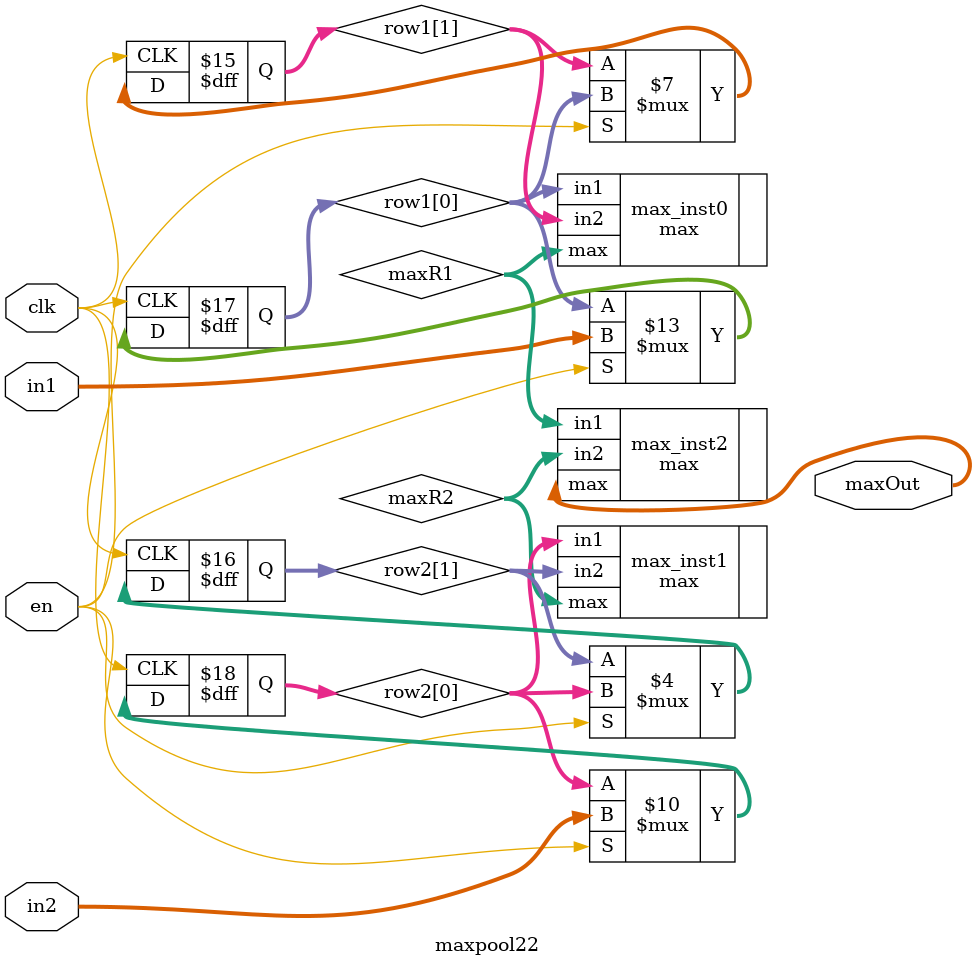
<source format=v>
/**************************************
@ filename    : maxpool22.v
@ author      : https://github.com/djtfoo/lenet5-verilog
@ update      : yyrwkk
@ create time : 2024/11/13 19:28:46
@ version     : v1.0.0
**************************************/
module maxpool22 # (
    parameter BIT_WIDTH = 32
)(
	input                        clk   , 
	input                        en    ,	
	input  signed[BIT_WIDTH-1:0] in1   ,
    input  signed[BIT_WIDTH-1:0] in2   ,
	output signed[BIT_WIDTH-1:0] maxOut
);

parameter SIZE = 2;	// 2x2 max pool

reg signed[BIT_WIDTH-1:0] row1[0:1];	// 1st row of layer
reg signed[BIT_WIDTH-1:0] row2[0:1];	// 2nd row of layer

genvar i;
generate
    for (i = 0; i < SIZE; i = i+1) begin : row_gen
        if( i== 0 ) begin 
            always @ (posedge clk) begin
                if (en) begin
                    row1[i] <= in1;    // shift new input to left
                    row2[i] <= in2;    // shift new input to left
                end else begin 
                    row1[i] <= row1[i];
                    row2[i] <= row2[i];
                end
            end
        end else begin 
            always @ (posedge clk) begin
                if (en) begin
                    row1[i] <= row1[i-1];    // shift left
                    row2[i] <= row2[i-1];    // shift left
                end else begin 
                    row1[i] <= row1[i];
                    row2[i] <= row2[i];
                end
            end
        end 
    end
endgenerate

// find max
wire signed[BIT_WIDTH-1:0] maxR1, maxR2;
max # (
    .BIT_WIDTH(BIT_WIDTH) 
) max_inst0 (
	.in1(row1[0]), 
    .in2(row1[1]),
	.max(maxR1  )
);

max # (
    .BIT_WIDTH(BIT_WIDTH)
) max_inst1 (
	.in1(row2[0]), 
    .in2(row2[1]),
	.max(maxR2  )  
);

max #(
    .BIT_WIDTH(BIT_WIDTH)
) max_inst2 (
	.in1(maxR1 ), 
    .in2(maxR2 ),
	.max(maxOut)
);

endmodule

</source>
